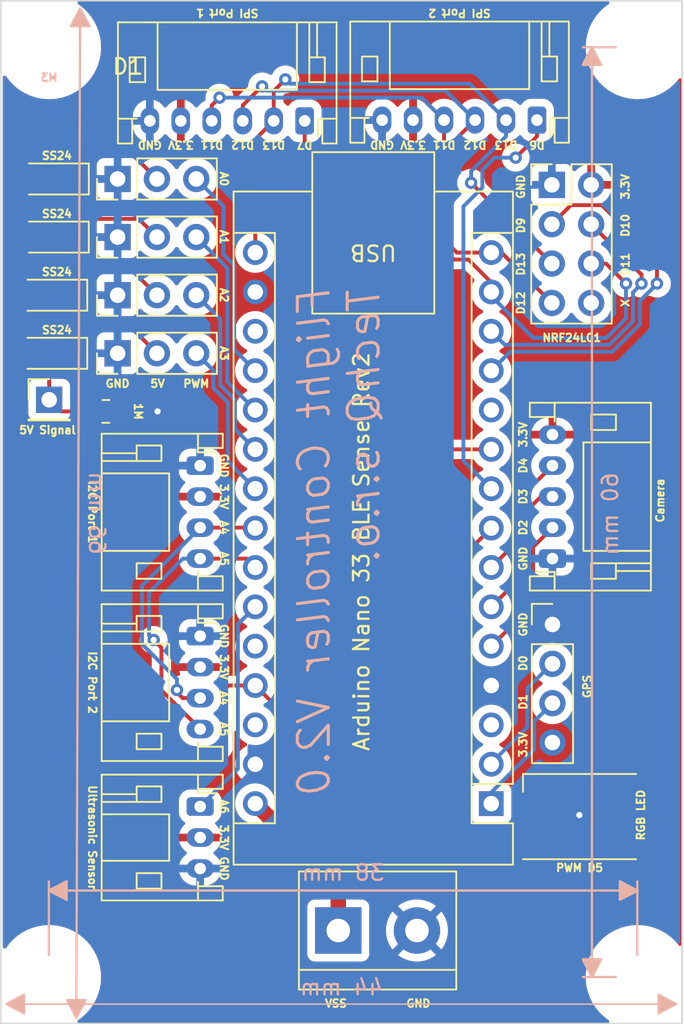
<source format=kicad_pcb>
(kicad_pcb (version 20221018) (generator pcbnew)
  (layers (0 "F.Cu" signal) (31 "B.Cu" signal) (34 "B.Paste" user) (35 "F.Paste" user) (36 "B.SilkS" user "B.Silkscreen") (37 "F.SilkS" user "F.Silkscreen") (38 "B.Mask" user) (39 "F.Mask" user) (44 "Edge.Cuts" user))
  (net 0 "")
  (net 1 "/D1")
  (net 2 "/D0")
  (net 4 "GND")
  (net 5 "/D2")
  (net 6 "/D3")
  (net 7 "/D4")
  (net 8 "/D5")
  (net 9 "/D6")
  (net 10 "/D7")
  (net 12 "/D9")
  (net 13 "/D10")
  (net 14 "/D11")
  (net 15 "/D12")
  (net 16 "/D13")
  (net 17 "/5V")
  (net 19 "/A0")
  (net 20 "/A1")
  (net 21 "/3.3V")
  (net 22 "/A3")
  (net 23 "/A4")
  (net 24 "/A5")
  (net 25 "/A6")
  (net 26 "/A2")
  (net 29 "/VIN")
  (net 30 "Net-(D1-K)")
  (net 32 "Net-(D3-K)")
  (net 33 "Net-(D4-K)")
  (net 35 "Net-(D5-K)")
  (footprint "Diode_SMD:D_SOD-123F" (layer "F.Cu") (at 111.75 89 180)
    (fp_text reference "D4" hide)
    (fp_text value "SS24" hide)
    (pad "1" smd roundrect (at -1.4 0 180) (size 1.1 1.1) (layers "F.Cu" "F.Paste" "F.Mask") (roundrect_rratio 0.2272727273) (net 33 "Net-(D4-K)"))
    (pad "2" smd roundrect (at 1.4 0 180) (size 1.1 1.1) (layers "F.Cu" "F.Paste" "F.Mask") (roundrect_rratio 0.2272727273) (net 17 "/5V"))
  )
  (footprint "Connector_JST:JST_PH_S6B-PH-K_1x06_P2.00mm_Horizontal" (layer "F.Cu") (at 128 77.75 180)
    (fp_text reference "J4" hide)
    (fp_text value "SPI 2" hide)
    (pad "1" thru_hole roundrect (at 0 0 180) (size 1.2 1.75) (drill 0.75) (layers "*.Cu" "*.Mask") (roundrect_rratio 0.208333) (net 10 "/D7"))
    (pad "2" thru_hole oval (at 2 0 180) (size 1.2 1.75) (drill 0.75) (layers "*.Cu" "*.Mask") (net 16 "/D13"))
    (pad "3" thru_hole oval (at 4 0 180) (size 1.2 1.75) (drill 0.75) (layers "*.Cu" "*.Mask") (net 15 "/D12"))
    (pad "4" thru_hole oval (at 6 0 180) (size 1.2 1.75) (drill 0.75) (layers "*.Cu" "*.Mask") (net 14 "/D11"))
    (pad "5" thru_hole oval (at 8 0 180) (size 1.2 1.75) (drill 0.75) (layers "*.Cu" "*.Mask") (net 21 "/3.3V"))
    (pad "6" thru_hole oval (at 10 0 180) (size 1.2 1.75) (drill 0.75) (layers "*.Cu" "*.Mask") (net 4 "GND"))
  )
  (footprint "TerminalBlock:TerminalBlock_bornier-2_P5.08mm" (layer "F.Cu") (at 130.17 130)
    (fp_text reference "J13" hide)
    (fp_text value "Battery Power" hide)
    (pad "1" thru_hole rect (at 0 0) (size 3 3) (drill 1.52) (layers "*.Cu" "*.Mask") (net 29 "/VIN"))
    (pad "2" thru_hole circle (at 5.08 0) (size 3 3) (drill 1.52) (layers "*.Cu" "*.Mask") (net 4 "GND"))
  )
  (footprint "Connector_PinHeader_2.54mm:PinHeader_2x04_P2.54mm_Vertical" (layer "F.Cu") (at 143.96 81.88)
    (fp_text reference "U2" hide)
    (fp_text value "NRF24L01" hide)
    (pad "1" thru_hole rect (at 0 0) (size 1.7 1.7) (drill 1) (layers "*.Cu" "*.Mask") (net 4 "GND"))
    (pad "2" thru_hole oval (at 2.54 0) (size 1.7 1.7) (drill 1) (layers "*.Cu" "*.Mask") (net 21 "/3.3V"))
    (pad "3" thru_hole oval (at 0 2.54) (size 1.7 1.7) (drill 1) (layers "*.Cu" "*.Mask") (net 12 "/D9"))
    (pad "4" thru_hole oval (at 2.54 2.54) (size 1.7 1.7) (drill 1) (layers "*.Cu" "*.Mask") (net 13 "/D10"))
    (pad "5" thru_hole oval (at 0 5.08) (size 1.7 1.7) (drill 1) (layers "*.Cu" "*.Mask") (net 16 "/D13"))
    (pad "6" thru_hole oval (at 2.54 5.08) (size 1.7 1.7) (drill 1) (layers "*.Cu" "*.Mask") (net 14 "/D11"))
    (pad "7" thru_hole oval (at 0 7.62) (size 1.7 1.7) (drill 1) (layers "*.Cu" "*.Mask") (net 15 "/D12"))
    (pad "8" thru_hole oval (at 2.54 7.62) (size 1.7 1.7) (drill 1) (layers "*.Cu" "*.Mask"))
  )
  (footprint "Resistor_SMD:R_0805_2012Metric" (layer "F.Cu") (at 115.1625 96.5 180)
    (fp_text reference "R1" hide)
    (fp_text value "1M" hide)
    (pad "1" smd roundrect (at -0.9125 0 180) (size 1.025 1.4) (layers "F.Cu" "F.Paste" "F.Mask") (roundrect_rratio 0.243902) (net 4 "GND"))
    (pad "2" smd roundrect (at 0.9125 0 180) (size 1.025 1.4) (layers "F.Cu" "F.Paste" "F.Mask") (roundrect_rratio 0.243902) (net 17 "/5V"))
  )
  (footprint "MountingHole:MountingHole_2.7mm_M2.5" (layer "F.Cu") (at 111.5 133)
    (fp_text reference "H1" hide)
    (fp_text value "MountingHole" hide)
    (pad "" np_thru_hole circle (at 0 0) (size 2.7 2.7) (drill 2.7) (layers "*.Cu" "*.Mask"))
  )
  (footprint "MountingHole:MountingHole_2.7mm_M2.5" (layer "F.Cu") (at 149.5 73)
    (fp_text reference "H3" hide)
    (fp_text value "MountingHole" hide)
    (pad "" np_thru_hole circle (at 0 0) (size 2.7 2.7) (drill 2.7) (layers "*.Cu" "*.Mask"))
  )
  (footprint "Connector_PinHeader_2.54mm:PinHeader_1x03_P2.54mm_Vertical" (layer "F.Cu") (at 115.92 81.5 90)
    (fp_text reference "J8" hide)
    (fp_text value "Motor Control 1" hide)
    (pad "1" thru_hole rect (at 0 0 90) (size 1.7 1.7) (drill 1) (layers "*.Cu" "*.Mask") (net 4 "GND"))
    (pad "2" thru_hole oval (at 0 2.54 90) (size 1.7 1.7) (drill 1) (layers "*.Cu" "*.Mask") (net 30 "Net-(D1-K)"))
    (pad "3" thru_hole oval (at 0 5.08 90) (size 1.7 1.7) (drill 1) (layers "*.Cu" "*.Mask") (net 19 "/A0"))
  )
  (footprint "Diode_SMD:D_SOD-123F" (layer "F.Cu") (at 111.85 81.5 180)
    (fp_text reference "D1" (at -4.73 7.25) (layer "F.SilkS"))
    (fp_text value "SS24" hide)
    (pad "1" smd roundrect (at -1.4 0 180) (size 1.1 1.1) (layers "F.Cu" "F.Paste" "F.Mask") (roundrect_rratio 0.2272727273) (net 30 "Net-(D1-K)"))
    (pad "2" smd roundrect (at 1.4 0 180) (size 1.1 1.1) (layers "F.Cu" "F.Paste" "F.Mask") (roundrect_rratio 0.2272727273) (net 17 "/5V"))
  )
  (footprint "Connector_PinHeader_2.54mm:PinHeader_1x03_P2.54mm_Vertical" (layer "F.Cu") (at 115.92 85.25 90)
    (fp_text reference "J9" hide)
    (fp_text value "Motor Control 2" hide)
    (pad "1" thru_hole rect (at 0 0 90) (size 1.7 1.7) (drill 1) (layers "*.Cu" "*.Mask") (net 4 "GND"))
    (pad "2" thru_hole oval (at 0 2.54 90) (size 1.7 1.7) (drill 1) (layers "*.Cu" "*.Mask") (net 32 "Net-(D3-K)"))
    (pad "3" thru_hole oval (at 0 5.08 90) (size 1.7 1.7) (drill 1) (layers "*.Cu" "*.Mask") (net 20 "/A1"))
  )
  (footprint "Connector_PinHeader_2.54mm:PinHeader_1x03_P2.54mm_Vertical" (layer "F.Cu") (at 115.92 92.75 90)
    (fp_text reference "J11" hide)
    (fp_text value "Motor Control 4" hide)
    (pad "1" thru_hole rect (at 0 0 90) (size 1.7 1.7) (drill 1) (layers "*.Cu" "*.Mask") (net 4 "GND"))
    (pad "2" thru_hole oval (at 0 2.54 90) (size 1.7 1.7) (drill 1) (layers "*.Cu" "*.Mask") (net 35 "Net-(D5-K)"))
    (pad "3" thru_hole oval (at 0 5.08 90) (size 1.7 1.7) (drill 1) (layers "*.Cu" "*.Mask") (net 22 "/A3"))
  )
  (footprint "Connector_PinHeader_2.54mm:PinHeader_1x03_P2.54mm_Vertical" (layer "F.Cu") (at 115.92 89 90)
    (fp_text reference "J10" hide)
    (fp_text value "Motor Control 3" hide)
    (pad "1" thru_hole rect (at 0 0 90) (size 1.7 1.7) (drill 1) (layers "*.Cu" "*.Mask") (net 4 "GND"))
    (pad "2" thru_hole oval (at 0 2.54 90) (size 1.7 1.7) (drill 1) (layers "*.Cu" "*.Mask") (net 33 "Net-(D4-K)"))
    (pad "3" thru_hole oval (at 0 5.08 90) (size 1.7 1.7) (drill 1) (layers "*.Cu" "*.Mask") (net 26 "/A2"))
  )
  (footprint "Connector_JST:JST_PH_S5B-PH-K_1x05_P2.00mm_Horizontal" (layer "F.Cu") (at 144 106 90)
    (fp_text reference "J6" hide)
    (fp_text value "Camera" hide)
    (pad "1" thru_hole roundrect (at 0 0 90) (size 1.2 1.75) (drill 0.75) (layers "*.Cu" "*.Mask") (roundrect_rratio 0.208333) (net 4 "GND"))
    (pad "2" thru_hole oval (at 2 0 90) (size 1.2 1.75) (drill 0.75) (layers "*.Cu" "*.Mask") (net 5 "/D2"))
    (pad "3" thru_hole oval (at 4 0 90) (size 1.2 1.75) (drill 0.75) (layers "*.Cu" "*.Mask") (net 6 "/D3"))
    (pad "4" thru_hole oval (at 6 0 90) (size 1.2 1.75) (drill 0.75) (layers "*.Cu" "*.Mask") (net 7 "/D4"))
    (pad "5" thru_hole oval (at 8 0 90) (size 1.2 1.75) (drill 0.75) (layers "*.Cu" "*.Mask") (net 21 "/3.3V"))
  )
  (footprint "Connector_JST:JST_PH_S4B-PH-K_1x04_P2.00mm_Horizontal" (layer "F.Cu") (at 121.25 100 -90)
    (fp_text reference "J1" hide)
    (fp_text value "I2C 1" hide)
    (pad "1" thru_hole roundrect (at 0 0 270) (size 1.2 1.75) (drill 0.75) (layers "*.Cu" "*.Mask") (roundrect_rratio 0.208333) (net 4 "GND"))
    (pad "2" thru_hole oval (at 2 0 270) (size 1.2 1.75) (drill 0.75) (layers "*.Cu" "*.Mask") (net 21 "/3.3V"))
    (pad "3" thru_hole oval (at 4 0 270) (size 1.2 1.75) (drill 0.75) (layers "*.Cu" "*.Mask") (net 23 "/A4"))
    (pad "4" thru_hole oval (at 6 0 270) (size 1.2 1.75) (drill 0.75) (layers "*.Cu" "*.Mask") (net 24 "/A5"))
  )
  (footprint "Connector_PinHeader_2.54mm:PinHeader_1x04_P2.54mm_Vertical" (layer "F.Cu") (at 144 110.25)
    (fp_text reference "J7" hide)
    (fp_text value "GPS" hide)
    (pad "1" thru_hole rect (at 0 0) (size 1.7 1.7) (drill 1) (layers "*.Cu" "*.Mask") (net 4 "GND"))
    (pad "2" thru_hole oval (at 0 2.54) (size 1.7 1.7) (drill 1) (layers "*.Cu" "*.Mask") (net 2 "/D0"))
    (pad "3" thru_hole oval (at 0 5.08) (size 1.7 1.7) (drill 1) (layers "*.Cu" "*.Mask") (net 1 "/D1"))
    (pad "4" thru_hole oval (at 0 7.62) (size 1.7 1.7) (drill 1) (layers "*.Cu" "*.Mask") (net 21 "/3.3V"))
  )
  (footprint "Diode_SMD:D_SOD-123F" (layer "F.Cu") (at 111.75 92.75 180)
    (fp_text reference "D5" hide)
    (fp_text value "SS24" hide)
    (pad "1" smd roundrect (at -1.4 0 180) (size 1.1 1.1) (layers "F.Cu" "F.Paste" "F.Mask") (roundrect_rratio 0.2272727273) (net 35 "Net-(D5-K)"))
    (pad "2" smd roundrect (at 1.4 0 180) (size 1.1 1.1) (layers "F.Cu" "F.Paste" "F.Mask") (roundrect_rratio 0.2272727273) (net 17 "/5V"))
  )
  (footprint "MountingHole:MountingHole_2.7mm_M2.5" (layer "F.Cu") (at 149.5 133)
    (fp_text reference "H2" hide)
    (fp_text value "MountingHole" hide)
    (pad "" np_thru_hole circle (at 0 0) (size 2.7 2.7) (drill 2.7) (layers "*.Cu" "*.Mask"))
  )
  (footprint "Module:Arduino_Nano" (layer "F.Cu") (at 140.05 121.81 180)
    (fp_text reference "A1" hide)
    (fp_text value "Arduino_Nano_v3.x" hide)
    (fp_text user "USB" (at 7.62 35.56 180 unlocked) (layer "F.SilkS"))
    (pad "1" thru_hole rect (at 0 0 180) (size 1.6 1.6) (drill 1) (layers "*.Cu" "*.Mask") (net 1 "/D1"))
    (pad "2" thru_hole oval (at 0 2.54 180) (size 1.6 1.6) (drill 1) (layers "*.Cu" "*.Mask") (net 2 "/D0"))
    (pad "3" thru_hole oval (at 0 5.08 180) (size 1.6 1.6) (drill 1) (layers "*.Cu" "*.Mask"))
    (pad "4" thru_hole oval (at 0 7.62 180) (size 1.6 1.6) (drill 1) (layers "*.Cu" "*.Mask") (net 4 "GND"))
    (pad "5" thru_hole oval (at 0 10.16 180) (size 1.6 1.6) (drill 1) (layers "*.Cu" "*.Mask") (net 5 "/D2"))
    (pad "6" thru_hole oval (at 0 12.7 180) (size 1.6 1.6) (drill 1) (layers "*.Cu" "*.Mask") (net 6 "/D3"))
    (pad "7" thru_hole oval (at 0 15.24 180) (size 1.6 1.6) (drill 1) (layers "*.Cu" "*.Mask") (net 7 "/D4"))
    (pad "8" thru_hole oval (at 0 17.78 180) (size 1.6 1.6) (drill 1) (layers "*.Cu" "*.Mask") (net 8 "/D5"))
    (pad "9" thru_hole oval (at 0 20.32 180) (size 1.6 1.6) (drill 1) (layers "*.Cu" "*.Mask") (net 9 "/D6"))
    (pad "10" thru_hole oval (at 0 22.86 180) (size 1.6 1.6) (drill 1) (layers "*.Cu" "*.Mask") (net 10 "/D7"))
    (pad "11" thru_hole oval (at 0 25.4 180) (size 1.6 1.6) (drill 1) (layers "*.Cu" "*.Mask"))
    (pad "12" thru_hole oval (at 0 27.94 180) (size 1.6 1.6) (drill 1) (layers "*.Cu" "*.Mask") (net 12 "/D9"))
    (pad "13" thru_hole oval (at 0 30.48 180) (size 1.6 1.6) (drill 1) (layers "*.Cu" "*.Mask") (net 13 "/D10"))
    (pad "14" thru_hole oval (at 0 33.02 180) (size 1.6 1.6) (drill 1) (layers "*.Cu" "*.Mask") (net 14 "/D11"))
    (pad "15" thru_hole oval (at 0 35.56 180) (size 1.6 1.6) (drill 1) (layers "*.Cu" "*.Mask") (net 15 "/D12"))
    (pad "16" thru_hole oval (at 15.24 35.56 180) (size 1.6 1.6) (drill 1) (layers "*.Cu" "*.Mask") (net 16 "/D13"))
    (pad "17" thru_hole oval (at 15.24 33.02 180) (size 1.6 1.6) (drill 1) (layers "*.Cu" "*.Mask") (net 21 "/3.3V"))
    (pad "18" thru_hole oval (at 15.24 30.48 180) (size 1.6 1.6) (drill 1) (layers "*.Cu" "*.Mask"))
    (pad "19" thru_hole oval (at 15.24 27.94 180) (size 1.6 1.6) (drill 1) (layers "*.Cu" "*.Mask") (net 19 "/A0"))
    (pad "20" thru_hole oval (at 15.24 25.4 180) (size 1.6 1.6) (drill 1) (layers "*.Cu" "*.Mask") (net 20 "/A1"))
    (pad "21" thru_hole oval (at 15.24 22.86 180) (size 1.6 1.6) (drill 1) (layers "*.Cu" "*.Mask") (net 26 "/A2"))
    (pad "22" thru_hole oval (at 15.24 20.32 180) (size 1.6 1.6) (drill 1) (layers "*.Cu" "*.Mask") (net 22 "/A3"))
    (pad "23" thru_hole oval (at 15.24 17.78 180) (size 1.6 1.6) (drill 1) (layers "*.Cu" "*.Mask") (net 23 "/A4"))
    (pad "24" thru_hole oval (at 15.24 15.24 180) (size 1.6 1.6) (drill 1) (layers "*.Cu" "*.Mask") (net 24 "/A5"))
    (pad "25" thru_hole oval (at 15.24 12.7 180) (size 1.6 1.6) (drill 1) (layers "*.Cu" "*.Mask") (net 25 "/A6"))
    (pad "26" thru_hole oval (at 15.24 10.16 180) (size 1.6 1.6) (drill 1) (layers "*.Cu" "*.Mask"))
    (pad "27" thru_hole oval (at 15.24 7.62 180) (size 1.6 1.6) (drill 1) (layers "*.Cu" "*.Mask") (net 17 "/5V"))
    (pad "28" thru_hole oval (at 15.24 5.08 180) (size 1.6 1.6) (drill 1) (layers "*.Cu" "*.Mask"))
    (pad "29" thru_hole oval (at 15.24 2.54 180) (size 1.6 1.6) (drill 1) (layers "*.Cu" "*.Mask") (net 4 "GND"))
    (pad "30" thru_hole oval (at 15.24 0 180) (size 1.6 1.6) (drill 1) (layers "*.Cu" "*.Mask") (net 29 "/VIN"))
  )
  (footprint "Connector_PinHeader_2.54mm:PinHeader_1x01_P2.54mm_Vertical" (layer "F.Cu") (at 111.5 95.75)
    (fp_text reference "J14" hide)
    (fp_text value "RaspberryPi" hide)
    (pad "1" thru_hole rect (at 0 0) (size 1.7 1.7) (drill 1) (layers "*.Cu" "*.Mask") (net 17 "/5V"))
  )
  (footprint "Diode_SMD:D_SOD-123F" (layer "F.Cu") (at 111.85 85.25 180)
    (fp_text reference "D3" hide)
    (fp_text value "SS24" hide)
    (pad "1" smd roundrect (at -1.4 0 180) (size 1.1 1.1) (layers "F.Cu" "F.Paste" "F.Mask") (roundrect_rratio 0.2272727273) (net 32 "Net-(D3-K)"))
    (pad "2" smd roundrect (at 1.4 0 180) (size 1.1 1.1) (layers "F.Cu" "F.Paste" "F.Mask") (roundrect_rratio 0.2272727273) (net 17 "/5V"))
  )
  (footprint "LED_SMD:LED_WS2812B_PLCC4_5.0x5.0mm_P3.2mm" (layer "F.Cu") (at 145.75 122.65 180)
    (fp_text reference "D2" hide)
    (fp_text value "WS2812B (LED)" hide)
    (pad "1" smd rect (at -2.45 -1.65 180) (size 1.5 0.9) (layers "F.Cu" "F.Paste" "F.Mask") (net 17 "/5V"))
    (pad "2" smd rect (at -2.45 1.65 180) (size 1.5 0.9) (layers "F.Cu" "F.Paste" "F.Mask"))
    (pad "3" smd rect (at 2.45 1.65 180) (size 1.5 0.9) (layers "F.Cu" "F.Paste" "F.Mask") (net 4 "GND"))
    (pad "4" smd rect (at 2.45 -1.65 180) (size 1.5 0.9) (layers "F.Cu" "F.Paste" "F.Mask") (net 8 "/D5"))
  )
  (footprint "MountingHole:MountingHole_2.7mm_M2.5" (layer "F.Cu") (at 111.5 73)
    (fp_text reference "H4" hide)
    (fp_text value "MountingHole" hide)
    (pad "" np_thru_hole circle (at 0 0) (size 2.7 2.7) (drill 2.7) (layers "*.Cu" "*.Mask"))
  )
  (footprint "Connector_JST:JST_PH_S3B-PH-K_1x03_P2.00mm_Horizontal" (layer "F.Cu") (at 121.25 122 -90)
    (fp_text reference "J12" hide)
    (fp_text value "Ultrasonic Sensor" hide)
    (pad "1" thru_hole roundrect (at 0 0 270) (size 1.2 1.75) (drill 0.75) (layers "*.Cu" "*.Mask") (roundrect_rratio 0.208333) (net 25 "/A6"))
    (pad "2" thru_hole oval (at 2 0 270) (size 1.2 1.75) (drill 0.75) (layers "*.Cu" "*.Mask") (net 21 "/3.3V"))
    (pad "3" thru_hole oval (at 4 0 270) (size 1.2 1.75) (drill 0.75) (layers "*.Cu" "*.Mask") (net 4 "GND"))
  )
  (footprint "Connector_JST:JST_PH_S6B-PH-K_1x06_P2.00mm_Horizontal" (layer "F.Cu") (at 143 77.7 180)
    (fp_text reference "J3" hide)
    (fp_text value "SPI 1" hide)
    (pad "1" thru_hole roundrect (at 0 0 180) (size 1.2 1.75) (drill 0.75) (layers "*.Cu" "*.Mask") (roundrect_rratio 0.208333) (net 9 "/D6"))
    (pad "2" thru_hole oval (at 2 0 180) (size 1.2 1.75) (drill 0.75) (layers "*.Cu" "*.Mask") (net 16 "/D13"))
    (pad "3" thru_hole oval (at 4 0 180) (size 1.2 1.75) (drill 0.75) (layers "*.Cu" "*.Mask") (net 15 "/D12"))
    (pad "4" thru_hole oval (at 6 0 180) (size 1.2 1.75) (drill 0.75) (layers "*.Cu" "*.Mask") (net 14 "/D11"))
    (pad "5" thru_hole oval (at 8 0 180) (size 1.2 1.75) (drill 0.75) (layers "*.Cu" "*.Mask") (net 21 "/3.3V"))
    (pad "6" thru_hole oval (at 10 0 180) (size 1.2 1.75) (drill 0.75) (layers "*.Cu" "*.Mask") (net 4 "GND"))
  )
  (footprint "Connector_JST:JST_PH_S4B-PH-K_1x04_P2.00mm_Horizontal" (layer "F.Cu") (at 121.25 111 -90)
    (fp_text reference "J2" hide)
    (fp_text value "I2C 2" hide)
    (pad "1" thru_hole roundrect (at 0 0 270) (size 1.2 1.75) (drill 0.75) (layers "*.Cu" "*.Mask") (roundrect_rratio 0.208333) (net 4 "GND"))
    (pad "2" thru_hole oval (at 2 0 270) (size 1.2 1.75) (drill 0.75) (layers "*.Cu" "*.Mask") (net 21 "/3.3V"))
    (pad "3" thru_hole oval (at 4 0 270) (size 1.2 1.75) (drill 0.75) (layers "*.Cu" "*.Mask") (net 23 "/A4"))
    (pad "4" thru_hole oval (at 6 0 270) (size 1.2 1.75) (drill 0.75) (layers "*.Cu" "*.Mask") (net 24 "/A5"))
  )
  (gr_line (start 108.75 134.75) (end 152 134.75) (stroke (width 0.1)) (layer "B.SilkS"))
  (gr_poly (pts (xy 108.736377 134.743883) (xy 109.876377 134.153883) (xy 109.876377 135.343883)) (stroke (width 0.15)) (fill solid) (layer "B.SilkS"))
  (gr_poly (pts (xy 146.55 133) (xy 145.96 131.86) (xy 147.15 131.86)) (stroke (width 0.15)) (fill solid) (layer "B.SilkS"))
  (gr_poly (pts (xy 111.486377 127.413883) (xy 112.626377 126.823883) (xy 112.626377 128.013883)) (stroke (width 0.15)) (fill solid) (layer "B.SilkS"))
  (gr_poly (pts (xy 113.253883 135.633623) (xy 112.663883 134.493623) (xy 113.853883 134.493623)) (stroke (width 0.15)) (fill solid) (layer "B.SilkS"))
  (gr_poly (pts (xy 113.506117 70.496377) (xy 114.096117 71.636377) (xy 112.906117 71.636377)) (stroke (width 0.15)) (fill solid) (layer "B.SilkS"))
  (gr_poly (pts (xy 151.993623 134.746117) (xy 150.853623 135.336117) (xy 150.853623 134.146117)) (stroke (width 0.15)) (fill solid) (layer "B.SilkS"))
  (gr_poly (pts (xy 146.556117 72.996377) (xy 147.146117 74.136377) (xy 145.956117 74.136377)) (stroke (width 0.15)) (fill solid) (layer "B.SilkS"))
  (gr_line (start 113.25 135.625) (end 113.5 70.5) (stroke (width 0.15)) (layer "B.SilkS"))
  (gr_poly (pts (xy 149.493623 127.426117) (xy 148.353623 128.016117) (xy 148.353623 126.826117)) (stroke (width 0.15)) (fill solid) (layer "B.SilkS"))
  (gr_rect (start 108.375 70) (end 152.375 136) (stroke (width 0.1)) (fill none) (layer "Edge.Cuts"))
  (gr_text "Flight Controller V2.0\nTechQ s.r.o." (at 133 88.25 90) (layer "B.SilkS") (effects (font (size 2 2) (thickness 0.2) bold italic) (justify left bottom mirror)))
  (gr_text "66 mm" (at 114 103.0625 270) (layer "B.SilkS") (effects (font (size 1 1)) (justify bottom mirror)))
  (gr_text "44 mm" (at 130.375 134.25) (layer "B.SilkS") (effects (font (size 1 1)) (justify bottom mirror)))
  (gr_text "M3" (at 111.5 75.25) (layer "B.SilkS") (effects (font (size 0.5 0.5) (thickness 0.125)) (justify bottom mirror)))
  (gr_text "A5" (at 122.5 106 270) (layer "F.SilkS") (effects (font (size 0.5 0.5) (thickness 0.125)) (justify bottom)))
  (gr_text "VSS" (at 129.25 135) (layer "F.SilkS") (effects (font (size 0.5 0.5) (thickness 0.125) bold) (justify left bottom)))
  (gr_text "3.3V" (at 122.5 102 270) (layer "F.SilkS") (effects (font (size 0.5 0.5) (thickness 0.125)) (justify bottom)))
  (gr_text "D7" (at 128 79 180) (layer "F.SilkS") (effects (font (size 0.5 0.5) (thickness 0.125)) (justify bottom)))
  (gr_text "A4" (at 122.5 115 270) (layer "F.SilkS") (effects (font (size 0.5 0.5) (thickness 0.125)) (justify bottom)))
  (gr_text "D4" (at 142.4 100 90) (layer "F.SilkS") (effects (font (size 0.5 0.5) (thickness 0.125)) (justify bottom)))
  (gr_text "SS24" (at 112 80) (layer "F.SilkS") (effects (font (size 0.5 0.5) (thickness 0.125))))
  (gr_text "SPI Port 1" (at 123 70.5 180) (layer "F.SilkS") (effects (font (size 0.5 0.5) (thickness 0.125)) (justify bottom)))
  (gr_text "3.3V" (at 122.5 113 270) (layer "F.SilkS") (effects (font (size 0.5 0.5) (thickness 0.125)) (justify bottom)))
  (gr_text "GND" (at 118 79 180) (layer "F.SilkS") (effects (font (size 0.5 0.5) (thickness 0.125)) (justify bottom)))
  (gr_text "D13" (at 141 79 180) (layer "F.SilkS") (effects (font (size 0.5 0.5) (thickness 0.125)) (justify bottom)))
  (gr_text "3.3V" (at 122.5 124 270) (layer "F.SilkS") (effects (font (size 0.5 0.5) (thickness 0.125)) (justify bottom)))
  (gr_text "D11" (at 122 79 180) (layer "F.SilkS") (effects (font (size 0.5 0.5) (thickness 0.125)) (justify bottom)))
  (gr_text "D13" (at 126 79 180) (layer "F.SilkS") (effects (font (size 0.5 0.5) (thickness 0.125)) (justify bottom)))
  (gr_text "SS24" (at 112 87.5) (layer "F.SilkS") (effects (font (size 0.5 0.5) (thickness 0.125))))
  (gr_text "D11" (at 137 79 180) (layer "F.SilkS") (effects (font (size 0.5 0.5) (thickness 0.125)) (justify bottom)))
  (gr_text "GND" (at 133 79 180) (layer "F.SilkS") (effects (font (size 0.5 0.5) (thickness 0.125)) (justify bottom)))
  (gr_text "D3" (at 142.4 102 90) (layer "F.SilkS") (effects (font (size 0.5 0.5) (thickness 0.125)) (justify bottom)))
  (gr_text "SPI Port 2" (at 138 70.5 180) (layer "F.SilkS") (effects (font (size 0.5 0.5) (thickness 0.125)) (justify bottom)))
  (gr_text "GND" (at 142.25 82 90) (layer "F.SilkS") (effects (font (size 0.5 0.5) (thickness 0.125)) (justify bottom)))
  (gr_text "GND" (at 122.5 100 270) (layer "F.SilkS") (effects (font (size 0.5 0.5) (thickness 0.125)) (justify bottom)))
  (gr_text "D6" (at 143 79 180) (layer "F.SilkS") (effects (font (size 0.5 0.5) (thickness 0.125)) (justify bottom)))
  (gr_text "A6" (at 122.5 122 270) (layer "F.SilkS") (effects (font (size 0.5 0.5) (thickness 0.125)) (justify bottom)))
  (gr_text "I2C Port 2" (at 114 114 270) (layer "F.SilkS") (effects (font (size 0.5 0.5) (thickness 0.125)) (justify bottom)))
  (gr_text "D12" (at 139 79 180) (layer "F.SilkS") (effects (font (size 0.5 0.5) (thickness 0.125)) (justify bottom)))
  (gr_text "3.3V" (at 142.4 98 90) (layer "F.SilkS") (effects (font (size 0.5 0.5) (thickness 0.125)) (justify bottom)))
  (gr_text "Arduino Nano 33 BLE Sense Rev2" (at 132.25 118.5 90) (layer "F.SilkS") (effects (font (size 1 1)) (justify left bottom)))
  (gr_text "D11" (at 149 87 90) (layer "F.SilkS") (effects (font (size 0.5 0.5) (thickness 0.125)) (justify bottom)))
  (gr_text "D1" (at 142.4 115.25 90) (layer "F.SilkS") (effects (font (size 0.5 0.5) (thickness 0.125)) (justify bottom)))
  (gr_text "GND" (at 122.5 126 270) (layer "F.SilkS") (effects (font (size 0.5 0.5) (thickness 0.125)) (justify bottom)))
  (gr_text "GND" (at 142.4 110.25 90) (layer "F.SilkS") (effects (font (size 0.5 0.5) (thickness 0.125)) (justify bottom)))
  (gr_text "GND" (at 122.5 111 270) (layer "F.SilkS") (effects (font (size 0.5 0.5) (thickness 0.125)) (justify bottom)))
  (gr_text "1M" (at 117.25 96.5 270) (layer "F.SilkS") (effects (font (size 0.5 0.5) (thickness 0.125))))
  (gr_text "Ultrasonic Sensor" (at 114 124 270) (layer "F.SilkS") (effects (font (size 0.5 0.5) (thickness 0.125)) (justify bottom)))
  (gr_text "D12" (at 124 79 180) (layer "F.SilkS") (effects (font (size 0.5 0.5) (thickness 0.125)) (justify bottom)))
  (gr_text "NRF24L01" (at 145.25 91.75) (layer "F.SilkS") (effects (font (size 0.5 0.5) (thickness 0.125))))
  (gr_text "A5" (at 122.5 117 270) (layer "F.SilkS") (effects (font (size 0.5 0.5) (thickness 0.125)) (justify bottom)))
  (gr_text "3.3V" (at 120 79 180) (layer "F.SilkS") (effects (font (size 0.5 0.5) (thickness 0.125)) (justify bottom)))
  (gr_text "A2" (at 122.5 89 -90) (layer "F.SilkS") (effects (font (size 0.5 0.5) (thickness 0.125)) (justify bottom)))
  (gr_text "PWM D5" (at 145.75 126.25) (layer "F.SilkS") (effects (font (size 0.5 0.5) (thickness 0.125)) (justify bottom)))
  (gr_text "I2C Port 1" (at 114 103 270) (layer "F.SilkS") (effects (font (size 0.5 0.5) (thickness 0.125)) (justify bottom)))
  (gr_text "A3" (at 122.5 92.75 -90) (layer "F.SilkS") (effects (font (size 0.5 0.5) (thickness 0.125)) (justify bottom)))
  (gr_text "Camera" (at 151.25 102.25 90) (layer "F.SilkS") (effects (font (size 0.5 0.5) (thickness 0.125)) (justify bottom)))
  (gr_text "X" (at 149 89.5 90) (layer "F.SilkS") (effects (font (size 0.5 0.5) (thickness 0.125)) (justify bottom)))
  (gr_text "5V Signal" (at 109.5 98) (layer "F.SilkS") (effects (font (size 0.5 0.5) (thickness 0.125) bold) (justify left bottom)))
  (gr_text "GND" (at 115.92 95) (layer "F.SilkS") (effects (font (size 0.5 0.5) (thickness 0.125)) (justify bottom)))
  (gr_text "PWM" (at 121 95) (layer "F.SilkS") (effects (font (size 0.5 0.5) (thickness 0.125)) (justify bottom)))
  (gr_text "3.3V" (at 142.4 118 90) (layer "F.SilkS") (effects (font (size 0.5 0.5) (thickness 0.125)) (justify bottom)))
  (gr_text "SS24" (at 112 83.75) (layer "F.SilkS") (effects (font (size 0.5 0.5) (thickness 0.125))))
  (gr_text "D10" (at 149 84.5 90) (layer "F.SilkS") (effects (font (size 0.5 0.5) (thickness 0.125)) (justify bottom)))
  (gr_text "RGB LED" (at 150 124.25 90) (layer "F.SilkS") (effects (font (size 0.5 0.5) (thickness 0.125)) (justify left bottom)))
  (gr_text "5V" (at 118.5 95) (layer "F.SilkS") (effects (font (size 0.5 0.5) (thickness 0.125)) (justify bottom)))
  (gr_text "GPS" (at 146.25 114.25 90) (layer "F.SilkS") (effects (font (size 0.5 0.5) (thickness 0.125))))
  (gr_text "D12" (at 142.25 89.5 90) (layer "F.SilkS") (effects (font (size 0.5 0.5) (thickness 0.125)) (justify bottom)))
  (gr_text "A1" (at 122.5 85.25 -90) (layer "F.SilkS") (effects (font (size 0.5 0.5) (thickness 0.125)) (justify bottom)))
  (gr_text "GND" (at 134.5 135) (layer "F.SilkS") (effects (font (size 0.5 0.5) (thickness 0.125) bold) (justify left bottom)))
  (gr_text "A4" (at 122.5 104 270) (layer "F.SilkS") (effects (font (size 0.5 0.5) (thickness 0.125)) (justify bottom)))
  (gr_text "3.3V" (at 149 82 90) (layer "F.SilkS") (effects (font (size 0.5 0.5) (thickness 0.125)) (justify bottom)))
  (gr_text "D0" (at 142.4 112.75 90) (layer "F.SilkS") (effects (font (size 0.5 0.5) (thickness 0.125)) (justify bottom)))
  (gr_text "D13" (at 142.25 87 90) (layer "F.SilkS") (effects (font (size 0.5 0.5) (thickness 0.125)) (justify bottom)))
  (gr_text "D9" (at 142.25 84.5 90) (layer "F.SilkS") (effects (font (size 0.5 0.5) (thickness 0.125)) (justify bottom)))
  (gr_text "3.3V" (at 135 79 180) (layer "F.SilkS") (effects (font (size 0.5 0.5) (thickness 0.125)) (justify bottom)))
  (gr_text "SS24" (at 112 91.25) (layer "F.SilkS") (effects (font (size 0.5 0.5) (thickness 0.125))))
  (gr_text "GND" (at 142.4 106 90) (layer "F.SilkS") (effects (font (size 0.5 0.5) (thickness 0.125)) (justify bottom)))
  (gr_text "D2" (at 142.4 104 90) (layer "F.SilkS") (effects (font (size 0.5 0.5) (thickness 0.125)) (justify bottom)))
  (gr_text "A0" (at 122.5 81.5 -90) (layer "F.SilkS") (effects (font (size 0.5 0.5) (thickness 0.125)) (justify bottom)))
  (dimension (type aligned) (layer "B.SilkS") (pts (xy 149.5 73) (xy 149.5 133)) (height 2.95) (gr_text "60 mm" (at 147.73 103.12 90) (layer "B.SilkS") (effects (font (size 1 1) (thickness 0.15)) (justify mirror))) (format (prefix "") (suffix "") (units 3) (units_format 1) (precision 4) (override_value "60")) (style (thickness 0.15) (arrow_length 1.27) (text_position_mode 2) (extension_height 0.58642) (extension_offset 0.5) keep_text_aligned))
  (dimension (type aligned) (layer "B.SilkS") (pts (xy 111.48 133.18) (xy 149.48 133.18)) (height -5.76) (gr_text "38 mm" (at 130.48 126.27) (layer "B.SilkS") (effects (font (size 1 1) (thickness 0.15)) (justify mirror))) (format (prefix "") (suffix "") (units 3) (units_format 1) (precision 4) (override_value "38")) (style (thickness 0.15) (arrow_length 1.27) (text_position_mode 0) (extension_height 0.58642) (extension_offset 0.5) keep_text_aligned))
  (segment (start 140.05 121.086396) (end 140.05 121.81) (width 0.25) (layer "B.Cu") (net 1))
  (segment (start 144 115.33) (end 142.825 116.505) (width 0.25) (layer "B.Cu") (net 1))
  (segment (start 142.825 118.311396) (end 140.05 121.086396) (width 0.25) (layer "B.Cu") (net 1))
  (segment (start 142.825 116.505) (end 142.825 118.311396) (width 0.25) (layer "B.Cu") (net 1))
  (segment (start 142.375 116.875) (end 142.375 114.375) (width 0.25) (layer "B.Cu") (net 2))
  (segment (start 140.05 119.2) (end 142.375 116.875) (width 0.25) (layer "B.Cu") (net 2))
  (segment (start 143.96 112.79) (end 144 112.79) (width 0.25) (layer "B.Cu") (net 2))
  (segment (start 142.375 114.375) (end 143.96 112.79) (width 0.25) (layer "B.Cu") (net 2))
  (segment (start 140.05 119.27) (end 140.05 119.2) (width 0.25) (layer "B.Cu") (net 2))
  (segment (start 143.3 121) (end 144.19 121) (width 0.25) (layer "F.Cu") (net 4))
  (segment (start 116.075 96.5) (end 118.5 96.5) (width 0.25) (layer "F.Cu") (net 4))
  (segment (start 144.19 121) (end 145.74 122.55) (width 0.25) (layer "F.Cu") (net 4))
  (via (at 118.5 96.5) (size 0.8) (drill 0.4) (layers "F.Cu" "B.Cu") (net 4))
  (via (at 145.74 122.55) (size 0.8) (drill 0.4) (layers "F.Cu" "B.Cu") (net 4))
  (segment (start 144 104) (end 142.75 105.25) (width 0.25) (layer "F.Cu") (net 5))
  (segment (start 142.75 108.95) (end 140.05 111.65) (width 0.25) (layer "F.Cu") (net 5))
  (segment (start 142.75 105.25) (end 142.75 108.95) (width 0.25) (layer "F.Cu") (net 5))
  (segment (start 142.3 102.95) (end 142.3 106.86) (width 0.25) (layer "F.Cu") (net 6))
  (segment (start 143.25 102) (end 142.3 102.95) (width 0.25) (layer "F.Cu") (net 6))
  (segment (start 142.3 106.86) (end 140.05 109.11) (width 0.25) (layer "F.Cu") (net 6))
  (segment (start 144 102) (end 143.25 102) (width 0.25) (layer "F.Cu") (net 6))
  (segment (start 141.75 102.25) (end 141.75 104.87) (width 0.25) (layer "F.Cu") (net 7))
  (segment (start 141.75 104.87) (end 140.05 106.57) (width 0.25) (layer "F.Cu") (net 7))
  (segment (start 144 100) (end 141.75 102.25) (width 0.25) (layer "F.Cu") (net 7))
  (segment (start 138.07 106.01) (end 138.07 123.32) (width 0.25) (layer "F.Cu") (net 8))
  (segment (start 140.05 104.03) (end 138.07 106.01) (width 0.25) (layer "F.Cu") (net 8))
  (segment (start 139.05 124.3) (end 143.3 124.3) (width 0.25) (layer "F.Cu") (net 8))
  (segment (start 138.07 123.32) (end 139.05 124.3) (width 0.25) (layer "F.Cu") (net 8))
  (segment (start 143 78.75) (end 143 77.7) (width 0.25) (layer "F.Cu") (net 9))
  (segment (start 141.625 80.125) (end 143 78.75) (width 0.25) (layer "F.Cu") (net 9))
  (via (at 141.625 80.125) (size 0.8) (drill 0.4) (layers "F.Cu" "B.Cu") (net 9))
  (segment (start 141.625 80.125) (end 140.261396 80.125) (width 0.25) (layer "B.Cu") (net 9))
  (segment (start 139.475 82.050305) (end 138.25 83.275305) (width 0.25) (layer "B.Cu") (net 9))
  (segment (start 139.475 80.911396) (end 139.475 82.050305) (width 0.25) (layer "B.Cu") (net 9))
  (segment (start 138.25 99.69) (end 140.05 101.49) (width 0.25) (layer "B.Cu") (net 9))
  (segment (start 140.261396 80.125) (end 139.475 80.911396) (width 0.25) (layer "B.Cu") (net 9))
  (segment (start 138.25 83.275305) (end 138.25 99.69) (width 0.25) (layer "B.Cu") (net 9))
  (segment (start 137.01 98.95) (end 140.05 98.95) (width 0.25) (layer "F.Cu") (net 10))
  (segment (start 128 89.94) (end 137.01 98.95) (width 0.25) (layer "F.Cu") (net 10))
  (segment (start 128 77.75) (end 128 89.94) (width 0.25) (layer "F.Cu") (net 10))
  (segment (start 147.19 83.19) (end 150.749006 86.749006) (width 0.25) (layer "F.Cu") (net 12))
  (segment (start 143.96 84.42) (end 145.19 83.19) (width 0.25) (layer "F.Cu") (net 12))
  (segment (start 145.19 83.19) (end 147.19 83.19) (width 0.25) (layer "F.Cu") (net 12))
  (segment (start 150.749006 86.749006) (end 150.749006 88.25) (width 0.25) (layer "F.Cu") (net 12))
  (via (at 150.749006 88.25) (size 0.8) (drill 0.4) (layers "F.Cu" "B.Cu") (net 12))
  (segment (start 150.474503 88.524503) (end 150.474503 88.550305) (width 0.25) (layer "B.Cu") (net 12))
  (segment (start 149.65 89.374808) (end 149.65 90.872792) (width 0.25) (layer "B.Cu") (net 12))
  (segment (start 141.27 92.65) (end 140.05 93.87) (width 0.25) (layer "B.Cu") (net 12))
  (segment (start 143.96 85.04) (end 143.96 84.42) (width 0.25) (layer "B.Cu") (net 12))
  (segment (start 149.65 90.872792) (end 147.872792 92.65) (width 0.25) (layer "B.Cu") (net 12))
  (segment (start 147.872792 92.65) (end 141.27 92.65) (width 0.25) (layer "B.Cu") (net 12))
  (segment (start 150.749006 88.25) (end 150.474503 88.524503) (width 0.25) (layer "B.Cu") (net 12))
  (segment (start 150.474503 88.550305) (end 149.65 89.374808) (width 0.25) (layer "B.Cu") (net 12))
  (segment (start 146.5 84.42) (end 149.749503 87.669503) (width 0.25) (layer "F.Cu") (net 13))
  (segment (start 149.749503 87.669503) (end 149.749503 88.25) (width 0.25) (layer "F.Cu") (net 13))
  (via (at 149.749503 88.25) (size 0.8) (drill 0.4) (layers "F.Cu" "B.Cu") (net 13))
  (segment (start 149.2 90.686396) (end 147.686396 92.2) (width 0.25) (layer "B.Cu") (net 13))
  (segment (start 149.749503 88.25) (end 149.475 88.524503) (width 0.25) (layer "B.Cu") (net 13))
  (segment (start 140.92 92.2) (end 140.05 91.33) (width 0.25) (layer "B.Cu") (net 13))
  (segment (start 149.475 88.524503) (end 149.475 88.550305) (width 0.25) (layer "B.Cu") (net 13))
  (segment (start 149.475 88.550305) (end 149.2 88.825305) (width 0.25) (layer "B.Cu") (net 13))
  (segment (start 147.686396 92.2) (end 140.92 92.2) (width 0.25) (layer "B.Cu") (net 13))
  (segment (start 149.2 88.825305) (end 149.2 90.686396) (width 0.25) (layer "B.Cu") (net 13))
  (segment (start 147.46 86.96) (end 148.75 88.25) (width 0.25) (layer "F.Cu") (net 14))
  (segment (start 137 86.06) (end 137.64 86.7) (width 0.25) (layer "F.Cu") (net 14))
  (segment (start 122 76.75) (end 122.5 76.25) (width 0.25) (layer "F.Cu") (net 14))
  (segment (start 137.64 86.7) (end 138.57 86.7) (width 0.25) (layer "F.Cu") (net 14))
  (segment (start 138.57 86.7) (end 140.05 88.18) (width 0.25) (layer "F.Cu") (net 14))
  (segment (start 140.05 88.18) (end 140.05 88.79) (width 0.25) (layer "F.Cu") (net 14))
  (segment (start 146.5 86.96) (end 147.46 86.96) (width 0.25) (layer "F.Cu") (net 14))
  (segment (start 137 77.7) (end 137 86.06) (width 0.25) (layer "F.Cu") (net 14))
  (segment (start 146.5 86.96) (end 146.5 87.5) (width 0.25) (layer "F.Cu") (net 14))
  (segment (start 122 77.75) (end 122 76.75) (width 0.25) (layer "F.Cu") (net 14))
  (via (at 122.5 76.25) (size 0.8) (drill 0.4) (layers "F.Cu" "B.Cu") (net 14))
  (via (at 148.75 88.25) (size 0.8) (drill 0.4) (layers "F.Cu" "B.Cu") (net 14))
  (segment (start 147.5 91.75) (end 142.75 91.75) (width 0.25) (layer "B.Cu") (net 14))
  (segment (start 142.75 91.75) (end 140.05 89.05) (width 0.25) (layer "B.Cu") (net 14))
  (segment (start 122.5 76.25) (end 135.55 76.25) (width 0.25) (layer "B.Cu") (net 14))
  (segment (start 148.75 90.5) (end 147.5 91.75) (width 0.25) (layer "B.Cu") (net 14))
  (segment (start 135.55 76.25) (end 137 77.7) (width 0.25) (layer "B.Cu") (net 14))
  (segment (start 140.05 89.05) (end 140.05 88.79) (width 0.25) (layer "B.Cu") (net 14))
  (segment (start 148.75 88.25) (end 148.75 90.5) (width 0.25) (layer "B.Cu") (net 14))
  (segment (start 125.2245 75.5255) (end 124 76.75) (width 0.25) (layer "F.Cu") (net 15))
  (segment (start 137.826396 86.25) (end 137.45 85.873604) (width 0.25) (layer "F.Cu") (net 15))
  (segment (start 140.71 86.25) (end 140.05 86.25) (width 0.25) (layer "F.Cu") (net 15))
  (segment (start 143.96 89.5) (end 140.71 86.25) (width 0.25) (layer "F.Cu") (net 15))
  (segment (start 125.25 75.5255) (end 125.2245 75.5255) (width 0.25) (layer "F.Cu") (net 15))
  (segment (start 137.45 85.873604) (end 137.45 79.25) (width 0.25) (layer "F.Cu") (net 15))
  (segment (start 124 76.75) (end 124 77.75) (width 0.25) (layer "F.Cu") (net 15))
  (segment (start 140.05 86.25) (end 137.826396 86.25) (width 0.25) (layer "F.Cu") (net 15))
  (segment (start 137.45 79.25) (end 139 77.7) (width 0.25) (layer "F.Cu") (net 15))
  (via (at 125.25 75.5255) (size 0.8) (drill 0.4) (layers "F.Cu" "B.Cu") (net 15))
  (segment (start 125.5245 75.8) (end 137.1 75.8) (width 0.25) (layer "B.Cu") (net 15))
  (segment (start 125.25 75.5255) (end 125.5245 75.8) (width 0.25) (layer "B.Cu") (net 15))
  (segment (start 137.1 75.8) (end 139 77.7) (width 0.25) (layer "B.Cu") (net 15))
  (segment (start 143.96 86.96) (end 138.75 81.75) (width 0.25) (layer "F.Cu") (net 16))
  (segment (start 126.75 75.0755) (end 126 75.8255) (width 0.25) (layer "F.Cu") (net 16))
  (segment (start 124.81 86.25) (end 124.81 78.94) (width 0.25) (layer "F.Cu") (net 16))
  (segment (start 126 75.8255) (end 126 77.75) (width 0.25) (layer "F.Cu") (net 16))
  (segment (start 124.81 78.94) (end 126 77.75) (width 0.25) (layer "F.Cu") (net 16))
  (via (at 138.75 81.75) (size 0.8) (drill 0.4) (layers "F.Cu" "B.Cu") (net 16))
  (via (at 126.75 75.0755) (size 0.8) (drill 0.4) (layers "F.Cu" "B.Cu") (net 16))
  (segment (start 138.75 81.75) (end 138.75 81) (width 0.25) (layer "B.Cu") (net 16))
  (segment (start 127.0245 75.35) (end 138.65 75.35) (width 0.25) (layer "B.Cu") (net 16))
  (segment (start 126.75 75.0755) (end 127.0245 75.35) (width 0.25) (layer "B.Cu") (net 16))
  (segment (start 138.75 81) (end 141 78.75) (width 0.25) (layer "B.Cu") (net 16))
  (segment (start 141 78.75) (end 141 77.7) (width 0.25) (layer "B.Cu") (net 16))
  (segment (start 138.65 75.35) (end 141 77.7) (width 0.25) (layer "B.Cu") (net 16))
  (segment (start 122.72 114.56) (end 122.72 118.23) (width 0.25) (layer "F.Cu") (net 17))
  (segment (start 112.86 99.03) (end 114.25 97.64) (width 0.25) (layer "F.Cu") (net 17))
  (segment (start 135.695 125.075) (end 124.81 114.19) (width 0.25) (layer "F.Cu") (net 17))
  (segment (start 110.45 85.25) (end 110.45 81.5) (width 0.25) (layer "F.Cu") (net 17))
  (segment (start 110.35 85.35) (end 110.45 85.25) (width 0.25) (layer "F.Cu") (net 17))
  (segment (start 147.425 125.075) (end 135.695 125.075) (width 0.25) (layer "F.Cu") (net 17))
  (segment (start 110.35 92.75) (end 110.35 89) (width 0.25) (layer "F.Cu") (net 17))
  (segment (start 114 96.75) (end 114.25 96.5) (width 0.25) (layer "F.Cu") (net 17))
  (segment (start 112.86 115.85) (end 112.86 99.03) (width 0.25) (layer "F.Cu") (net 17))
  (segment (start 111.5 95.75) (end 111.5 93.9) (width 0.25) (layer "F.Cu") (net 17))
  (segment (start 112.25 96.5) (end 111.5 95.75) (width 0.25) (layer "F.Cu") (net 17))
  (segment (start 124.81 114.19) (end 123.09 114.19) (width 0.25) (layer "F.Cu") (net 17))
  (segment (start 148.2 124.3) (end 147.425 125.075) (width 0.25) (layer "F.Cu") (net 17))
  (segment (start 114.25 97.64) (end 114.25 96.5) (width 0.25) (layer "F.Cu") (net 17))
  (segment (start 114.25 96.5) (end 112.25 96.5) (width 0.25) (layer "F.Cu") (net 17))
  (segment (start 110.35 89) (end 110.35 85.35) (width 0.25) (layer "F.Cu") (net 17))
  (segment (start 123.09 114.19) (end 122.72 114.56) (width 0.25) (layer "F.Cu") (net 17))
  (segment (start 121.98 118.97) (end 115.98 118.97) (width 0.25) (layer "F.Cu") (net 17))
  (segment (start 111.5 93.9) (end 110.35 92.75) (width 0.25) (layer "F.Cu") (net 17))
  (segment (start 122.72 118.23) (end 121.98 118.97) (width 0.25) (layer "F.Cu") (net 17))
  (segment (start 115.98 118.97) (end 112.86 115.85) (width 0.25) (layer "F.Cu") (net 17))
  (segment (start 123.45 87.063604) (end 123.45 92.51) (width 0.25) (layer "B.Cu") (net 19))
  (segment (start 122.75 83.25) (end 122.75 86.363604) (width 0.25) (layer "B.Cu") (net 19))
  (segment (start 121 81.5) (end 122.75 83.25) (width 0.25) (layer "B.Cu") (net 19))
  (segment (start 123.45 92.51) (end 124.81 93.87) (width 0.25) (layer "B.Cu") (net 19))
  (segment (start 122.75 86.363604) (end 123.45 87.063604) (width 0.25) (layer "B.Cu") (net 19))
  (segment (start 123 87.25) (end 123 94.6) (width 0.25) (layer "B.Cu") (net 20))
  (segment (start 121 85.25) (end 123 87.25) (width 0.25) (layer "B.Cu") (net 20))
  (segment (start 123 94.6) (end 124.81 96.41) (width 0.25) (layer "B.Cu") (net 20))
  (segment (start 122.1 93.85) (end 122.1 94.986396) (width 0.25) (layer "B.Cu") (net 22))
  (segment (start 122.1 94.986396) (end 123.05 95.936396) (width 0.25) (layer "B.Cu") (net 22))
  (segment (start 121 92.75) (end 122.1 93.85) (width 0.25) (layer "B.Cu") (net 22))
  (segment (start 123.05 95.936396) (end 123.05 99.73) (width 0.25) (layer "B.Cu") (net 22))
  (segment (start 123.05 99.73) (end 124.81 101.49) (width 0.25) (layer "B.Cu") (net 22))
  (segment (start 120.12 115) (end 121.25 115) (width 0.25) (layer "F.Cu") (net 23))
  (segment (start 119.752299 114.477701) (end 119.752299 114.632299) (width 0.25) (layer "F.Cu") (net 23))
  (segment (start 121.25 104) (end 124.78 104) (width 0.25) (layer "F.Cu") (net 23))
  (segment (start 119.752299 114.632299) (end 120.12 115) (width 0.25) (layer "F.Cu") (net 23))
  (segment (start 124.78 104) (end 124.81 104.03) (width 0.25) (layer "F.Cu") (net 23))
  (via (at 119.752299 114.477701) (size 0.8) (drill 0.4) (layers "F.Cu" "B.Cu") (net 23))
  (segment (start 117.5 111.525305) (end 117.5 107.75) (width 0.25) (layer "B.Cu") (net 23))
  (segment (start 124.78 104) (end 124.81 104.03) (width 0.25) (layer "B.Cu") (net 23))
  (segment (start 119.752299 114.477701) (end 119.752299 113.777604) (width 0.25) (layer "B.Cu") (net 23))
  (segment (start 117.5 107.75) (end 121.25 104) (width 0.25) (layer "B.Cu") (net 23))
  (segment (start 119.752299 113.777604) (end 117.5 111.525305) (width 0.25) (layer "B.Cu") (net 23))
  (segment (start 118.75 111.75) (end 118.75 114.5) (width 0.25) (layer "F.Cu") (net 24))
  (segment (start 122.25 106) (end 124.24 106) (width 0.25) (layer "F.Cu") (net 24))
  (segment (start 118.25 111.25) (end 118.75 111.75) (width 0.25) (layer "F.Cu") (net 24))
  (segment (start 121.25 106) (end 122.25 106) (width 0.25) (layer "F.Cu") (net 24))
  (segment (start 118.75 114.5) (end 121.25 117) (width 0.25) (layer "F.Cu") (net 24))
  (segment (start 124.24 106) (end 124.81 106.57) (width 0.25) (layer "F.Cu") (net 24))
  (via (at 118.25 111.25) (size 0.8) (drill 0.4) (layers "F.Cu" "B.Cu") (net 24))
  (segment (start 120.136396 106) (end 121.25 106) (width 0.25) (layer "B.Cu") (net 24))
  (segment (start 118.25 111.25) (end 117.95 110.95) (width 0.25) (layer "B.Cu") (net 24))
  (segment (start 117.95 110.95) (end 117.95 108.186396) (width 0.25) (layer "B.Cu") (net 24))
  (segment (start 117.95 108.186396) (end 120.136396 106) (width 0.25) (layer "B.Cu") (net 24))
  (segment (start 123.685 110.235) (end 124.81 109.11) (width 0.25) (layer "B.Cu") (net 25))
  (segment (start 121.25 122) (end 123.685 119.565) (width 0.25) (layer "B.Cu") (net 25))
  (segment (start 123.685 119.565) (end 123.685 110.235) (width 0.25) (layer "B.Cu") (net 25))
  (segment (start 123.5 95.75) (end 123.5 97.64) (width 0.25) (layer "B.Cu") (net 26))
  (segment (start 121 89) (end 122.55 90.55) (width 0.25) (layer "B.Cu") (net 26))
  (segment (start 123.5 97.64) (end 124.81 98.95) (width 0.25) (layer "B.Cu") (net 26))
  (segment (start 122.55 94.8) (end 123.5 95.75) (width 0.25) (layer "B.Cu") (net 26))
  (segment (start 122.55 90.55) (end 122.55 94.8) (width 0.25) (layer "B.Cu") (net 26))
  (segment (start 130.17 130) (end 130.17 127.17) (width 1) (layer "F.Cu") (net 29))
  (segment (start 130.17 127.17) (end 124.81 121.81) (width 1) (layer "F.Cu") (net 29))
  (segment (start 113.25 81.5) (end 114.75 80) (width 0.25) (layer "F.Cu") (net 30))
  (segment (start 116.96 80) (end 118.46 81.5) (width 0.25) (layer "F.Cu") (net 30))
  (segment (start 114.75 80) (end 116.96 80) (width 0.25) (layer "F.Cu") (net 30))
  (segment (start 117.285 84.075) (end 118.46 85.25) (width 0.25) (layer "F.Cu") (net 32))
  (segment (start 113.25 85.25) (end 114.425 84.075) (width 0.25) (layer "F.Cu") (net 32))
  (segment (start 114.425 84.075) (end 117.285 84.075) (width 0.25) (layer "F.Cu") (net 32))
  (segment (start 114.65 87.5) (end 116.96 87.5) (width 0.25) (layer "F.Cu") (net 33))
  (segment (start 113.15 89) (end 114.65 87.5) (width 0.25) (layer "F.Cu") (net 33))
  (segment (start 116.96 87.5) (end 118.46 89) (width 0.25) (layer "F.Cu") (net 33))
  (segment (start 113.15 92.75) (end 114.65 91.25) (width 0.25) (layer "F.Cu") (net 35))
  (segment (start 116.96 91.25) (end 118.46 92.75) (width 0.25) (layer "F.Cu") (net 35))
  (segment (start 114.65 91.25) (end 116.96 91.25) (width 0.25) (layer "F.Cu") (net 35))
  (zone (net 21) (net_name "/3.3V") (layer "F.Cu") (connect_pads (clearance 0.5)) (min_thickness 0.25) (fill yes (thermal_gap 0.5) (thermal_bridge_width 0.5))
    (polygon (pts (xy 108.5 70) (xy 152.5 70) (xy 152.5 136) (xy 108.5 136)))
  )
  (zone (net 4) (net_name "GND") (layer "B.Cu") (priority 1) (connect_pads (clearance 0.5)) (min_thickness 0.25) (fill yes (thermal_gap 0.5) (thermal_bridge_width 0.5))
    (polygon (pts (xy 108.5 70) (xy 152.25 70) (xy 152.25 136) (xy 108.5 136)))
  )
)
</source>
